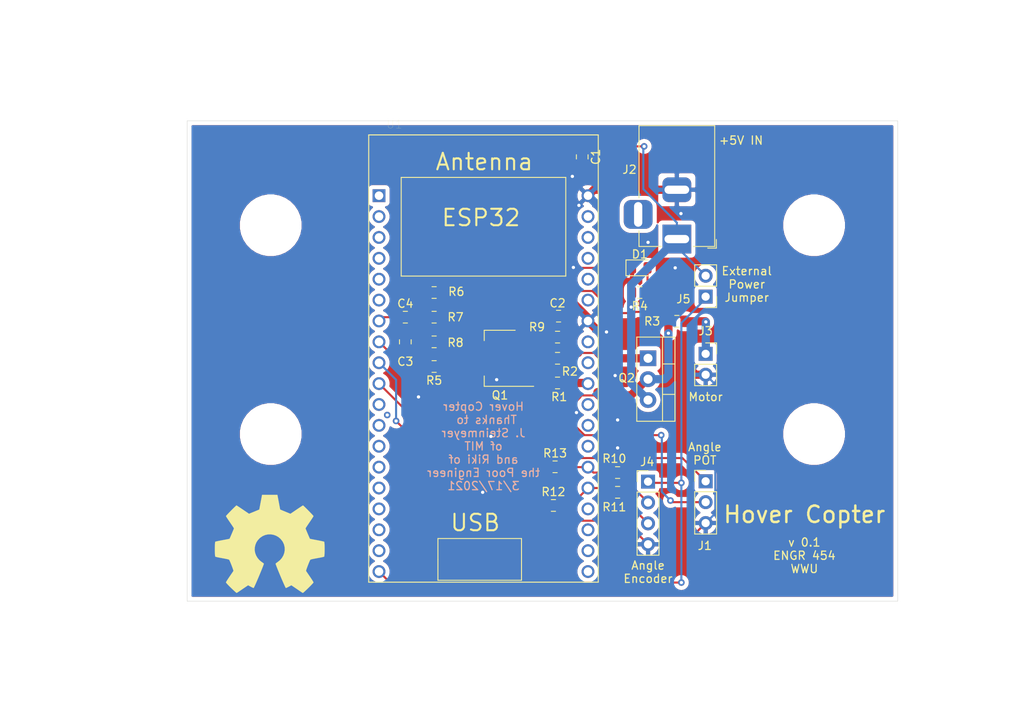
<source format=kicad_pcb>
(kicad_pcb (version 20171130) (host pcbnew 5.1.6+dfsg1-1)
  (title_block (title "Hover Copter") (date 2021-03-17) (rev 0.1) (company WWU) (comment 1 "ENGR 454") (comment 2 "Rob Frohne"))
  (layers (0 F.Cu signal) (31 B.Cu signal) (34 B.Paste user) (35 F.Paste user) (36 B.SilkS user) (37 F.SilkS user) (38 B.Mask user) (39 F.Mask user) (44 Edge.Cuts user))
  (net 0 "")
  (net 1 GND)
  (net 2 "Net-(C1-Pad1)")
  (net 3 "Net-(C2-Pad1)")
  (net 4 /ADC1_5)
  (net 5 /ADC1_4)
  (net 6 "Net-(D1-Pad2)")
  (net 7 "Net-(J1-Pad2)")
  (net 8 "Net-(J1-Pad1)")
  (net 9 "Net-(J3-Pad1)")
  (net 10 /OUT_B)
  (net 11 /OUT_A)
  (net 12 +5V)
  (net 13 "Net-(Q1-Pad1)")
  (net 14 "Net-(Q1-Pad2)")
  (net 15 "Net-(Q2-Pad2)")
  (net 16 "Net-(R1-Pad2)")
  (net 17 "Net-(U1-Pad38)")
  (net 18 "Net-(U1-Pad37)")
  (net 19 "Net-(U1-Pad36)")
  (net 20 "Net-(U1-Pad35)")
  (net 21 "Net-(U1-Pad32)")
  (net 22 "Net-(U1-Pad31)")
  (net 23 "Net-(U1-Pad30)")
  (net 24 "Net-(U1-Pad28)")
  (net 25 "Net-(U1-Pad27)")
  (net 26 "Net-(U1-Pad25)")
  (net 27 "Net-(U1-Pad24)")
  (net 28 "Net-(U1-Pad23)")
  (net 29 "Net-(U1-Pad22)")
  (net 30 "Net-(U1-Pad21)")
  (net 31 "Net-(U1-Pad18)")
  (net 32 "Net-(U1-Pad17)")
  (net 33 "Net-(U1-Pad16)")
  (net 34 "Net-(U1-Pad15)")
  (net 35 "Net-(U1-Pad14)")
  (net 36 "Net-(U1-Pad13)")
  (net 37 "Net-(U1-Pad12)")
  (net 38 "Net-(U1-Pad11)")
  (net 39 "Net-(U1-Pad6)")
  (net 40 "Net-(U1-Pad5)")
  (net 41 "Net-(U1-Pad4)")
  (net 42 "Net-(U1-Pad3)")
  (net 43 "Net-(U1-Pad2)")
  (net 44 "Net-(U1-Pad1)")
  (net 45 "Net-(J4-Pad3)")
  (net 46 "Net-(J4-Pad2)")
  (module "Hover Copters:MODULE_ESP32-DEVKITC-32D" (layer F.Cu) (at 130 99.98)
    (fp_text reference U1 (at -10.829175 -28.446045) (layer F.SilkS) (effects (font (size 1.000386 1.000386) (thickness 0.015))))
    (fp_text value ESP32-DEVKITC-32D)
    (fp_line (start -13.95 27.25) (end -13.95 -27.15) (layer F.SilkS) (width 0.127))
    (fp_line (start -13.95 -27.15) (end 13.95 -27.15) (layer F.SilkS) (width 0.127))
    (fp_line (start 13.95 -27.15) (end 13.95 27.25) (layer F.SilkS) (width 0.127))
    (fp_line (start 13.95 27.25) (end -13.95 27.25) (layer F.SilkS) (width 0.127))
    (pad 38 thru_hole circle (at 12.7 25.96) (size 1.56 1.56) (drill 1.04) (layers *.Cu *.Mask) (net 17 "Net-(U1-Pad38)"))
    (pad 37 thru_hole circle (at 12.7 23.42) (size 1.56 1.56) (drill 1.04) (layers *.Cu *.Mask) (net 18 "Net-(U1-Pad37)"))
    (pad 36 thru_hole circle (at 12.7 20.88) (size 1.56 1.56) (drill 1.04) (layers *.Cu *.Mask) (net 19 "Net-(U1-Pad36)"))
    (pad 35 thru_hole circle (at 12.7 18.34) (size 1.56 1.56) (drill 1.04) (layers *.Cu *.Mask) (net 20 "Net-(U1-Pad35)"))
    (pad 34 thru_hole circle (at 12.7 15.8) (size 1.56 1.56) (drill 1.04) (layers *.Cu *.Mask) (net 10 /OUT_B))
    (pad 33 thru_hole circle (at 12.7 13.26) (size 1.56 1.56) (drill 1.04) (layers *.Cu *.Mask) (net 11 /OUT_A))
    (pad 32 thru_hole circle (at 12.7 10.72) (size 1.56 1.56) (drill 1.04) (layers *.Cu *.Mask) (net 21 "Net-(U1-Pad32)"))
    (pad 31 thru_hole circle (at 12.7 8.18) (size 1.56 1.56) (drill 1.04) (layers *.Cu *.Mask) (net 22 "Net-(U1-Pad31)"))
    (pad 30 thru_hole circle (at 12.7 5.64) (size 1.56 1.56) (drill 1.04) (layers *.Cu *.Mask) (net 23 "Net-(U1-Pad30)"))
    (pad 29 thru_hole circle (at 12.7 3.1) (size 1.56 1.56) (drill 1.04) (layers *.Cu *.Mask) (net 16 "Net-(R1-Pad2)"))
    (pad 28 thru_hole circle (at 12.7 0.56) (size 1.56 1.56) (drill 1.04) (layers *.Cu *.Mask) (net 24 "Net-(U1-Pad28)"))
    (pad 27 thru_hole circle (at 12.7 -1.98) (size 1.56 1.56) (drill 1.04) (layers *.Cu *.Mask) (net 25 "Net-(U1-Pad27)"))
    (pad 26 thru_hole circle (at 12.7 -4.52) (size 1.56 1.56) (drill 1.04) (layers *.Cu *.Mask) (net 1 GND))
    (pad 25 thru_hole circle (at 12.7 -7.06) (size 1.56 1.56) (drill 1.04) (layers *.Cu *.Mask) (net 26 "Net-(U1-Pad25)"))
    (pad 24 thru_hole circle (at 12.7 -9.6) (size 1.56 1.56) (drill 1.04) (layers *.Cu *.Mask) (net 27 "Net-(U1-Pad24)"))
    (pad 23 thru_hole circle (at 12.7 -12.14) (size 1.56 1.56) (drill 1.04) (layers *.Cu *.Mask) (net 28 "Net-(U1-Pad23)"))
    (pad 22 thru_hole circle (at 12.7 -14.68) (size 1.56 1.56) (drill 1.04) (layers *.Cu *.Mask) (net 29 "Net-(U1-Pad22)"))
    (pad 21 thru_hole circle (at 12.7 -17.22) (size 1.56 1.56) (drill 1.04) (layers *.Cu *.Mask) (net 30 "Net-(U1-Pad21)"))
    (pad 20 thru_hole circle (at 12.7 -19.76) (size 1.56 1.56) (drill 1.04) (layers *.Cu *.Mask) (net 1 GND))
    (pad 18 thru_hole circle (at -12.7 23.42) (size 1.56 1.56) (drill 1.04) (layers *.Cu *.Mask) (net 31 "Net-(U1-Pad18)"))
    (pad 17 thru_hole circle (at -12.7 20.88) (size 1.56 1.56) (drill 1.04) (layers *.Cu *.Mask) (net 32 "Net-(U1-Pad17)"))
    (pad 16 thru_hole circle (at -12.7 18.34) (size 1.56 1.56) (drill 1.04) (layers *.Cu *.Mask) (net 33 "Net-(U1-Pad16)"))
    (pad 15 thru_hole circle (at -12.7 15.8) (size 1.56 1.56) (drill 1.04) (layers *.Cu *.Mask) (net 34 "Net-(U1-Pad15)"))
    (pad 14 thru_hole circle (at -12.7 13.26) (size 1.56 1.56) (drill 1.04) (layers *.Cu *.Mask) (net 35 "Net-(U1-Pad14)"))
    (pad 13 thru_hole circle (at -12.7 10.72) (size 1.56 1.56) (drill 1.04) (layers *.Cu *.Mask) (net 36 "Net-(U1-Pad13)"))
    (pad 12 thru_hole circle (at -12.7 8.18) (size 1.56 1.56) (drill 1.04) (layers *.Cu *.Mask) (net 37 "Net-(U1-Pad12)"))
    (pad 11 thru_hole circle (at -12.7 5.64) (size 1.56 1.56) (drill 1.04) (layers *.Cu *.Mask) (net 38 "Net-(U1-Pad11)"))
    (pad 10 thru_hole circle (at -12.7 3.1) (size 1.56 1.56) (drill 1.04) (layers *.Cu *.Mask) (net 7 "Net-(J1-Pad2)"))
    (pad 9 thru_hole circle (at -12.7 0.56) (size 1.56 1.56) (drill 1.04) (layers *.Cu *.Mask) (net 8 "Net-(J1-Pad1)"))
    (pad 8 thru_hole circle (at -12.7 -1.98) (size 1.56 1.56) (drill 1.04) (layers *.Cu *.Mask) (net 4 /ADC1_5))
    (pad 7 thru_hole circle (at -12.7 -4.52) (size 1.56 1.56) (drill 1.04) (layers *.Cu *.Mask) (net 5 /ADC1_4))
    (pad 6 thru_hole circle (at -12.7 -7.06) (size 1.56 1.56) (drill 1.04) (layers *.Cu *.Mask) (net 39 "Net-(U1-Pad6)"))
    (pad 5 thru_hole circle (at -12.7 -9.6) (size 1.56 1.56) (drill 1.04) (layers *.Cu *.Mask) (net 40 "Net-(U1-Pad5)"))
    (pad 4 thru_hole circle (at -12.7 -12.14) (size 1.56 1.56) (drill 1.04) (layers *.Cu *.Mask) (net 41 "Net-(U1-Pad4)"))
    (pad 3 thru_hole circle (at -12.7 -14.68) (size 1.56 1.56) (drill 1.04) (layers *.Cu *.Mask) (net 42 "Net-(U1-Pad3)"))
    (pad 19 thru_hole circle (at -12.7 25.96) (size 1.56 1.56) (drill 1.04) (layers *.Cu *.Mask) (net 12 +5V))
    (pad 2 thru_hole circle (at -12.7 -17.22) (size 1.56 1.56) (drill 1.04) (layers *.Cu *.Mask) (net 43 "Net-(U1-Pad2)"))
    (pad 1 thru_hole rect (at -12.7 -19.76) (size 1.56 1.56) (drill 1.04) (layers *.Cu *.Mask) (net 44 "Net-(U1-Pad1)"))
  )
  (module Resistor_SMD:R_0805_2012Metric (layer F.Cu) (at 138.7 113.2)
    (fp_text reference R13 (at 0 -1.65) (layer F.SilkS))
    (fp_text value 3.3k)
    (fp_line (start -0.258578 -0.71) (end 0.258578 -0.71) (layer F.SilkS) (width 0.12))
    (fp_line (start -0.258578 0.71) (end 0.258578 0.71) (layer F.SilkS) (width 0.12))
    (pad 2 smd roundrect (at 0.9375 0) (size 0.975 1.4) (layers F.Cu F.Paste F.Mask) (net 11 /OUT_A))
    (pad 1 smd roundrect (at -0.9375 0) (size 0.975 1.4) (layers F.Cu F.Paste F.Mask) (net 1 GND))
  )
  (module Resistor_SMD:R_0805_2012Metric (layer F.Cu) (at 138.5 117.9)
    (fp_text reference R12 (at 0 -1.65) (layer F.SilkS))
    (fp_text value 3.3k)
    (fp_line (start -0.258578 -0.71) (end 0.258578 -0.71) (layer F.SilkS) (width 0.12))
    (fp_line (start -0.258578 0.71) (end 0.258578 0.71) (layer F.SilkS) (width 0.12))
    (pad 2 smd roundrect (at 0.9375 0) (size 0.975 1.4) (layers F.Cu F.Paste F.Mask) (net 10 /OUT_B))
    (pad 1 smd roundrect (at -0.9375 0) (size 0.975 1.4) (layers F.Cu F.Paste F.Mask) (net 1 GND))
  )
  (module Resistor_SMD:R_0805_2012Metric (layer F.Cu) (at 146.3 116.3)
    (fp_text reference R11 (at -0.4 1.8) (layer F.SilkS))
    (fp_text value 1k)
    (fp_line (start -0.258578 -0.71) (end 0.258578 -0.71) (layer F.SilkS) (width 0.12))
    (fp_line (start -0.258578 0.71) (end 0.258578 0.71) (layer F.SilkS) (width 0.12))
    (pad 2 smd roundrect (at 0.9375 0) (size 0.975 1.4) (layers F.Cu F.Paste F.Mask) (net 45 "Net-(J4-Pad3)"))
    (pad 1 smd roundrect (at -0.9375 0) (size 0.975 1.4) (layers F.Cu F.Paste F.Mask) (net 10 /OUT_B))
  )
  (module Resistor_SMD:R_0805_2012Metric (layer F.Cu) (at 146.3 113.9)
    (fp_text reference R10 (at -0.4 -1.7) (layer F.SilkS))
    (fp_text value 1k)
    (fp_line (start -0.258578 -0.71) (end 0.258578 -0.71) (layer F.SilkS) (width 0.12))
    (fp_line (start -0.258578 0.71) (end 0.258578 0.71) (layer F.SilkS) (width 0.12))
    (pad 2 smd roundrect (at 0.9375 0) (size 0.975 1.4) (layers F.Cu F.Paste F.Mask) (net 46 "Net-(J4-Pad2)"))
    (pad 1 smd roundrect (at -0.9375 0) (size 0.975 1.4) (layers F.Cu F.Paste F.Mask) (net 11 /OUT_A))
  )
  (module Symbol:OSHW-Symbol_13.4x12mm_SilkScreen (layer F.Cu) (at 104 122.6)
    (fp_text reference REF** hide)
    (fp_text value OSHW-Symbol_13.4x12mm_SilkScreen hide)
    (fp_poly (pts (xy 1.119803 -5.09936) (xy 1.288676 -4.203573) (xy 1.911796 -3.946702) (xy 2.534916 -3.689832) (xy 3.282453 -4.198151) (xy 3.491802 -4.339684) (xy 3.681043 -4.466055) (xy 3.841343 -4.571493) (xy 3.963874 -4.65023) (xy 4.039802 -4.696495) (xy 4.06048 -4.706471) (xy 4.097731 -4.680814) (xy 4.177332 -4.609885) (xy 4.290361 -4.502743) (xy 4.427895 -4.36845) (xy 4.581012 -4.216066) (xy 4.740789 -4.054653) (xy 4.898305 -3.89327) (xy 5.044637 -3.740978) (xy 5.170863 -3.606838) (xy 5.26806 -3.499911) (xy 5.327307 -3.429258) (xy 5.341471 -3.405612) (xy 5.321087 -3.362021) (xy 5.263941 -3.266519) (xy 5.176041 -3.12845) (xy 5.063396 -2.957155) (xy 4.932013 -2.761975) (xy 4.855882 -2.650648) (xy 4.717118 -2.447367) (xy 4.593811 -2.263927) (xy 4.491945 -2.109458) (xy 4.417501 -1.993091) (xy 4.376461 -1.923958) (xy 4.370294 -1.90943) (xy 4.384274 -1.86814) (xy 4.422382 -1.771908) (xy 4.478867 -1.634266) (xy 4.54798 -1.468742) (xy 4.62397 -1.288868) (xy 4.701089 -1.108172) (xy 4.773585 -0.940186) (xy 4.835709 -0.79844) (xy 4.881712 -0.696463) (xy 4.905843 -0.647786) (xy 4.907267 -0.64587) (xy 4.945158 -0.636575) (xy 5.046069 -0.61584) (xy 5.19954 -0.585702) (xy 5.395112 -0.548199) (xy 5.622325 -0.505371) (xy 5.754891 -0.480674) (xy 5.997679 -0.434447) (xy 6.216974 -0.39046) (xy 6.401681 -0.351119) (xy 6.540705 -0.318831) (xy 6.622952 -0.296003) (xy 6.639485 -0.28876) (xy 6.655678 -0.239739) (xy 6.668744 -0.129023) (xy 6.678691 0.030438) (xy 6.685528 0.2257) (xy 6.689264 0.443814) (xy 6.689907 0.671835) (xy 6.687468 0.896815) (xy 6.681953 1.105809) (xy 6.673374 1.285868) (xy 6.661737 1.424047) (xy 6.647052 1.507398) (xy 6.638245 1.52475) (xy 6.585599 1.545548) (xy 6.474043 1.575282) (xy 6.318335 1.610459) (xy 6.133229 1.647586) (xy 6.068613 1.659597) (xy 5.757071 1.716662) (xy 5.510976 1.762618) (xy 5.322195 1.799293) (xy 5.182598 1.828513) (xy 5.084052 1.852104) (xy 5.018426 1.871892) (xy 4.977589 1.889706) (xy 4.953409 1.90737) (xy 4.950026 1.910861) (xy 4.916255 1.9671) (xy 4.864737 2.076547) (xy 4.800617 2.2258) (xy 4.729039 2.401459) (xy 4.655146 2.590121) (xy 4.584083 2.778385) (xy 4.520993 2.952848) (xy 4.471021 3.100108) (xy 4.439312 3.206764) (xy 4.431008 3.259413) (xy 4.4317 3.261257) (xy 4.459836 3.304292) (xy 4.523665 3.398978) (xy 4.61648 3.53546) (xy 4.731573 3.703882) (xy 4.862237 3.89439) (xy 4.899448 3.948529) (xy 5.032129 4.144804) (xy 5.148883 4.323886) (xy 5.243349 4.475492) (xy 5.309168 4.589338) (xy 5.339978 4.655141) (xy 5.341471 4.663225) (xy 5.315584 4.705715) (xy 5.244054 4.789891) (xy 5.136076 4.906705) (xy 5.000846 5.04711) (xy 4.847558 5.202061) (xy 4.685409 5.362509) (xy 4.523593 5.519409) (xy 4.371306 5.663713) (xy 4.237743 5.786376) (xy 4.1321 5.87835) (xy 4.063572 5.930589) (xy 4.044614 5.939118) (xy 4.000487 5.919029) (xy 3.910142 5.864849) (xy 3.788295 5.785704) (xy 3.694546 5.722001) (xy 3.524678 5.60511) (xy 3.323512 5.467476) (xy 3.121733 5.330063) (xy 3.01325 5.256519) (xy 2.646058 5.008155) (xy 2.337826 5.174813) (xy 2.197404 5.247822) (xy 2.077996 5.304571) (xy 1.997202 5.336937) (xy 1.976636 5.341441) (xy 1.951906 5.308189) (xy 1.903118 5.214224) (xy 1.833913 5.068213) (xy 1.747935 4.878824) (xy 1.648824 4.654724) (xy 1.540224 4.404581) (xy 1.425775 4.137063) (xy 1.30912 3.860836) (xy 1.193901 3.584568) (xy 1.08376 3.316927) (xy 0.982339 3.06658) (xy 0.89328 2.842195) (xy 0.820225 2.652439) (xy 0.766816 2.50598) (xy 0.736695 2.411485) (xy 0.731851 2.379031) (xy 0.770245 2.337636) (xy 0.854308 2.270438) (xy 0.966467 2.1914) (xy 0.975881 2.185147) (xy 1.265768 1.953103) (xy 1.499512 1.682386) (xy 1.675087 1.381653) (xy 1.790469 1.059561) (xy 1.84363 0.724765) (xy 1.832547 0.385922) (xy 1.755192 0.051688) (xy 1.60954 -0.269281) (xy 1.566688 -0.339505) (xy 1.343802 -0.623073) (xy 1.080491 -0.850782) (xy 0.785865 -1.021449) (xy 0.469041 -1.133888) (xy 0.13913 -1.186917) (xy -0.194754 -1.179349) (xy -0.523497 -1.110002) (xy -0.837986 -0.977691) (xy -1.129107 -0.781232) (xy -1.21916 -0.701494) (xy -1.448347 -0.451892) (xy -1.615354 -0.189132) (xy -1.729915 0.105399) (xy -1.793719 0.397075) (xy -1.80947 0.725012) (xy -1.756949 1.054577) (xy -1.64149 1.37463) (xy -1.468429 1.674032) (xy -1.243101 1.941643) (xy -0.97084 2.166325) (xy -0.935058 2.190008) (xy -0.821698 2.267568) (xy -0.735522 2.334768) (xy -0.694323 2.377675) (xy -0.693724 2.379031) (xy -0.702569 2.425446) (xy -0.737631 2.530786) (xy -0.795267 2.686388) (xy -0.871834 2.883584) (xy -0.963686 3.11371) (xy -1.067183 3.368101) (xy -1.178679 3.63809) (xy -1.294532 3.915012) (xy -1.411097 4.190201) (xy -1.524733 4.454993) (xy -1.631794 4.700721) (xy -1.728638 4.918721) (xy -1.811621 5.100326) (xy -1.877099 5.236871) (xy -1.921431 5.31969) (xy -1.939283 5.341441) (xy -1.993834 5.324504) (xy -2.095905 5.279077) (xy -2.227895 5.21328) (xy -2.300474 5.174813) (xy -2.608705 5.008155) (xy -2.975897 5.256519) (xy -3.16334 5.383754) (xy -3.368557 5.523773) (xy -3.560867 5.655612) (xy -3.657193 5.722001) (xy -3.792673 5.812976) (xy -3.907393 5.885071) (xy -3.986388 5.929154) (xy -4.012046 5.938473) (xy -4.049391 5.913334) (xy -4.132042 5.843154) (xy -4.251985 5.73522) (xy -4.401209 5.596818) (xy -4.571699 5.435235) (xy -4.679526 5.331488) (xy -4.868172 5.146135) (xy -5.031205 4.980351) (xy -5.162032 4.841227) (xy -5.254065 4.735856) (xy -5.300713 4.671329) (xy -5.305188 4.658234) (xy -5.28442 4.608425) (xy -5.227031 4.507713) (xy -5.139387 4.366295) (xy -5.027854 4.194367) (xy -4.898797 4.002124) (xy -4.862096 3.948529) (xy -4.728368 3.753733) (xy -4.608393 3.578353) (xy -4.508879 3.432243) (xy -4.436533 3.325258) (xy -4.398064 3.267255) (xy -4.394347 3.261257) (xy -4.399905 3.215032) (xy -4.429407 3.113398) (xy -4.477709 2.969758) (xy -4.539667 2.797514) (xy -4.610137 2.610066) (xy -4.683975 2.420818) (xy -4.756037 2.243171) (xy -4.821178 2.090527) (xy -4.874255 1.976288) (xy -4.910123 1.913856) (xy -4.912673 1.910861) (xy -4.934606 1.893019) (xy -4.971652 1.875374) (xy -5.031941 1.856101) (xy -5.123604 1.833374) (xy -5.254774 1.805364) (xy -5.433582 1.770247) (xy -5.668158 1.726195) (xy -5.966635 1.671382) (xy -6.03126 1.659597) (xy -6.222794 1.622591) (xy -6.389769 1.586389) (xy -6.517432 1.554485) (xy -6.591024 1.530372) (xy -6.600892 1.52475) (xy -6.617153 1.47491) (xy -6.63037 1.363532) (xy -6.640536 1.203563) (xy -6.64764 1.00795) (xy -6.651674 0.78964) (xy -6.65263 0.561579) (xy -6.650498 0.336714) (xy -6.645269 0.127991) (xy -6.636935 -0.051642) (xy -6.625487 -0.189238) (xy -6.610916 -0.271852) (xy -6.602132 -0.28876) (xy -6.55323 -0.305816) (xy -6.441873 -0.333564) (xy -6.279156 -0.369597) (xy -6.076174 -0.411507) (xy -5.844021 -0.456889) (xy -5.717538 -0.480674) (xy -5.477555 -0.525535) (xy -5.263549 -0.566175) (xy -5.085978 -0.600554) (xy -4.955302 -0.626635) (xy -4.881982 -0.642379) (xy -4.869915 -0.64587) (xy -4.849519 -0.685221) (xy -4.806406 -0.780007) (xy -4.746321 -0.916685) (xy -4.675013 -1.081714) (xy -4.598227 -1.261553) (xy -4.52171 -1.44266) (xy -4.45121 -1.611493) (xy -4.392473 -1.754512) (xy -4.351246 -1.858174) (xy -4.333276 -1.908939) (xy -4.332941 -1.911158) (xy -4.353313 -1.951204) (xy -4.410427 -2.043361) (xy -4.498279 -2.178467) (xy -4.610867 -2.347365) (xy -4.742189 -2.540895) (xy -4.818529 -2.652059) (xy -4.957636 -2.855884) (xy -5.081188 -3.040937) (xy -5.183158 -3.197854) (xy -5.257517 -3.317276) (xy -5.298237 -3.38984) (xy -5.304118 -3.406107) (xy -5.278837 -3.44397) (xy -5.208948 -3.524814) (xy -5.103377 -3.639581) (xy -4.971052 -3.779215) (xy -4.820901 -3.934658) (xy -4.661852 -4.096854) (xy -4.502833 -4.256746) (xy -4.352771 -4.405276) (xy -4.220594 -4.533387) (xy -4.11523 -4.632023) (xy -4.045607 -4.692127) (xy -4.022315 -4.706471) (xy -3.98439 -4.686301) (xy -3.893683 -4.629637) (xy -3.759011 -4.542247) (xy -3.589195 -4.4299) (xy -3.393054 -4.298362) (xy -3.2451 -4.198151) (xy -2.497564 -3.689832) (xy -1.874444 -3.946702) (xy -1.251324 -4.203573) (xy -0.913576 -5.995147) (xy 0.950929 -5.995147) (xy 1.119803 -5.09936)) (layer F.SilkS) (width 0.01))
  )
  (module MountingHole:MountingHole_6.5mm (layer F.Cu) (at 104.14 83.82)
    (fp_text reference REF** (at -0.04 -0.22) (layer F.SilkS))
    (fp_text value MountingHole_6.5mm)
    (pad 1 np_thru_hole circle (at 0 0) (size 6.5 6.5) (drill 6.5) (layers *.Cu *.Mask))
  )
  (module MountingHole:MountingHole_6.5mm (layer F.Cu) (at 104.14 109.22)
    (fp_text reference REF** (at 0.46 0.08) (layer F.SilkS))
    (fp_text value MountingHole_6.5mm)
    (pad 1 np_thru_hole circle (at 0 0) (size 6.5 6.5) (drill 6.5) (layers *.Cu *.Mask))
  )
  (module MountingHole:MountingHole_6.5mm (layer F.Cu) (at 170.18 83.82)
    (fp_text reference REF** (at 0.02 -0.02) (layer F.SilkS))
    (fp_text value MountingHole_6.5mm)
    (pad 1 np_thru_hole circle (at 0 0) (size 6.5 6.5) (drill 6.5) (layers *.Cu *.Mask))
  )
  (module MountingHole:MountingHole_6.5mm (layer F.Cu) (at 170.18 109.22)
    (fp_text reference REF** (at 0.12 0.08) (layer F.SilkS))
    (fp_text value MountingHole_6.5mm)
    (pad 1 np_thru_hole circle (at 0 0) (size 6.5 6.5) (drill 6.5) (layers *.Cu *.Mask))
  )
  (module Resistor_SMD:R_0805_2012Metric (layer F.Cu) (at 139 97.425 180)
    (fp_text reference R9 (at 2.5 1.225) (layer F.SilkS))
    (fp_text value 200)
    (fp_line (start -0.258578 -0.71) (end 0.258578 -0.71) (layer F.SilkS) (width 0.12))
    (fp_line (start -0.258578 0.71) (end 0.258578 0.71) (layer F.SilkS) (width 0.12))
    (pad 2 smd roundrect (at 0.9375 0 180) (size 0.975 1.4) (layers F.Cu F.Paste F.Mask) (net 14 "Net-(Q1-Pad2)"))
    (pad 1 smd roundrect (at -0.9375 0 180) (size 0.975 1.4) (layers F.Cu F.Paste F.Mask) (net 3 "Net-(C2-Pad1)"))
  )
  (module Resistor_SMD:R_0805_2012Metric (layer F.Cu) (at 124 98 180)
    (fp_text reference R8 (at -2.6 -0.1) (layer F.SilkS))
    (fp_text value 6.8k)
    (fp_line (start -0.258578 -0.71) (end 0.258578 -0.71) (layer F.SilkS) (width 0.12))
    (fp_line (start -0.258578 0.71) (end 0.258578 0.71) (layer F.SilkS) (width 0.12))
    (pad 2 smd roundrect (at 0.9375 0 180) (size 0.975 1.4) (layers F.Cu F.Paste F.Mask) (net 4 /ADC1_5))
    (pad 1 smd roundrect (at -0.9375 0 180) (size 0.975 1.4) (layers F.Cu F.Paste F.Mask) (net 1 GND))
  )
  (module Resistor_SMD:R_0805_2012Metric (layer F.Cu) (at 124 95)
    (fp_text reference R7 (at 2.6 0) (layer F.SilkS))
    (fp_text value 6.8k)
    (fp_line (start -0.258578 -0.71) (end 0.258578 -0.71) (layer F.SilkS) (width 0.12))
    (fp_line (start -0.258578 0.71) (end 0.258578 0.71) (layer F.SilkS) (width 0.12))
    (pad 2 smd roundrect (at 0.9375 0) (size 0.975 1.4) (layers F.Cu F.Paste F.Mask) (net 5 /ADC1_4))
    (pad 1 smd roundrect (at -0.9375 0) (size 0.975 1.4) (layers F.Cu F.Paste F.Mask) (net 1 GND))
  )
  (module Resistor_SMD:R_0805_2012Metric (layer F.Cu) (at 124 92 180)
    (fp_text reference R6 (at -2.7 0.1) (layer F.SilkS))
    (fp_text value 3.3k)
    (fp_line (start -0.258578 -0.71) (end 0.258578 -0.71) (layer F.SilkS) (width 0.12))
    (fp_line (start -0.258578 0.71) (end 0.258578 0.71) (layer F.SilkS) (width 0.12))
    (pad 2 smd roundrect (at 0.9375 0 180) (size 0.975 1.4) (layers F.Cu F.Paste F.Mask) (net 9 "Net-(J3-Pad1)"))
    (pad 1 smd roundrect (at -0.9375 0 180) (size 0.975 1.4) (layers F.Cu F.Paste F.Mask) (net 5 /ADC1_4))
  )
  (module Resistor_SMD:R_0805_2012Metric (layer F.Cu) (at 124 101)
    (fp_text reference R5 (at 0 1.7) (layer F.SilkS))
    (fp_text value 3.3k)
    (fp_line (start -0.258578 -0.71) (end 0.258578 -0.71) (layer F.SilkS) (width 0.12))
    (fp_line (start -0.258578 0.71) (end 0.258578 0.71) (layer F.SilkS) (width 0.12))
    (pad 2 smd roundrect (at 0.9375 0) (size 0.975 1.4) (layers F.Cu F.Paste F.Mask) (net 15 "Net-(Q2-Pad2)"))
    (pad 1 smd roundrect (at -0.9375 0) (size 0.975 1.4) (layers F.Cu F.Paste F.Mask) (net 4 /ADC1_5))
  )
  (module Resistor_SMD:R_0805_2012Metric (layer F.Cu) (at 149 92 180)
    (fp_text reference R4 (at 0 -1.65) (layer F.SilkS))
    (fp_text value 3.3k)
    (fp_line (start -0.258578 -0.71) (end 0.258578 -0.71) (layer F.SilkS) (width 0.12))
    (fp_line (start -0.258578 0.71) (end 0.258578 0.71) (layer F.SilkS) (width 0.12))
    (pad 2 smd roundrect (at 0.9375 0 180) (size 0.975 1.4) (layers F.Cu F.Paste F.Mask) (net 2 "Net-(C1-Pad1)"))
    (pad 1 smd roundrect (at -0.9375 0 180) (size 0.975 1.4) (layers F.Cu F.Paste F.Mask) (net 6 "Net-(D1-Pad2)"))
  )
  (module Resistor_SMD:R_0805_2012Metric (layer F.Cu) (at 153.5 95.5 180)
    (fp_text reference R3 (at 3 0) (layer F.SilkS))
    (fp_text value 0.5)
    (fp_line (start -0.258578 -0.71) (end 0.258578 -0.71) (layer F.SilkS) (width 0.12))
    (fp_line (start -0.258578 0.71) (end 0.258578 0.71) (layer F.SilkS) (width 0.12))
    (pad 2 smd roundrect (at 0.9375 0 180) (size 0.975 1.4) (layers F.Cu F.Paste F.Mask) (net 15 "Net-(Q2-Pad2)"))
    (pad 1 smd roundrect (at -0.9375 0 180) (size 0.975 1.4) (layers F.Cu F.Paste F.Mask) (net 9 "Net-(J3-Pad1)"))
  )
  (module Resistor_SMD:R_0805_2012Metric (layer F.Cu) (at 139 100 180)
    (fp_text reference R2 (at -1.5 -1.6) (layer F.SilkS))
    (fp_text value 200)
    (fp_line (start -0.258578 -0.71) (end 0.258578 -0.71) (layer F.SilkS) (width 0.12))
    (fp_line (start -0.258578 0.71) (end 0.258578 0.71) (layer F.SilkS) (width 0.12))
    (pad 2 smd roundrect (at 0.9375 0 180) (size 0.975 1.4) (layers F.Cu F.Paste F.Mask) (net 14 "Net-(Q1-Pad2)"))
    (pad 1 smd roundrect (at -0.9375 0 180) (size 0.975 1.4) (layers F.Cu F.Paste F.Mask) (net 3 "Net-(C2-Pad1)"))
  )
  (module Resistor_SMD:R_0805_2012Metric (layer F.Cu) (at 139 103)
    (fp_text reference R1 (at 0.2 1.7) (layer F.SilkS))
    (fp_text value 3.3k)
    (fp_line (start -0.258578 -0.71) (end 0.258578 -0.71) (layer F.SilkS) (width 0.12))
    (fp_line (start -0.258578 0.71) (end 0.258578 0.71) (layer F.SilkS) (width 0.12))
    (pad 2 smd roundrect (at 0.9375 0) (size 0.975 1.4) (layers F.Cu F.Paste F.Mask) (net 16 "Net-(R1-Pad2)"))
    (pad 1 smd roundrect (at -0.9375 0) (size 0.975 1.4) (layers F.Cu F.Paste F.Mask) (net 13 "Net-(Q1-Pad1)"))
  )
  (module Package_TO_SOT_THT:TO-220-3_Vertical (layer F.Cu) (at 150 100 270)
    (fp_text reference Q2 (at 2.4 2.6 180) (layer F.SilkS))
    (fp_text value D45H11)
    (fp_line (start -2.58 -3.27) (end 7.66 -3.27) (layer F.SilkS) (width 0.12))
    (fp_line (start -2.58 1.371) (end 7.66 1.371) (layer F.SilkS) (width 0.12))
    (fp_line (start -2.58 -3.27) (end -2.58 1.371) (layer F.SilkS) (width 0.12))
    (fp_line (start 7.66 -3.27) (end 7.66 1.371) (layer F.SilkS) (width 0.12))
    (fp_line (start -2.58 -1.76) (end 7.66 -1.76) (layer F.SilkS) (width 0.12))
    (fp_line (start 0.69 -3.27) (end 0.69 -1.76) (layer F.SilkS) (width 0.12))
    (fp_line (start 4.391 -3.27) (end 4.391 -1.76) (layer F.SilkS) (width 0.12))
    (pad 3 thru_hole oval (at 5.08 0 270) (size 1.905 2) (drill 1.1) (layers *.Cu *.Mask) (net 2 "Net-(C1-Pad1)"))
    (pad 2 thru_hole oval (at 2.54 0 270) (size 1.905 2) (drill 1.1) (layers *.Cu *.Mask) (net 15 "Net-(Q2-Pad2)"))
    (pad 1 thru_hole rect (at 0 0 270) (size 1.905 2) (drill 1.1) (layers *.Cu *.Mask) (net 3 "Net-(C2-Pad1)"))
  )
  (module Package_TO_SOT_SMD:SOT-223-3_TabPin2 (layer F.Cu) (at 132 100 180)
    (fp_text reference Q1 (at 0 -4.5) (layer F.SilkS))
    (fp_text value PZT2222A)
    (fp_line (start 1.91 3.41) (end 1.91 2.15) (layer F.SilkS) (width 0.12))
    (fp_line (start 1.91 -3.41) (end 1.91 -2.15) (layer F.SilkS) (width 0.12))
    (fp_line (start -1.85 3.41) (end 1.91 3.41) (layer F.SilkS) (width 0.12))
    (fp_line (start -4.1 -3.41) (end 1.91 -3.41) (layer F.SilkS) (width 0.12))
    (pad 1 smd rect (at -3.15 -2.3 180) (size 2 1.5) (layers F.Cu F.Paste F.Mask) (net 13 "Net-(Q1-Pad1)"))
    (pad 3 smd rect (at -3.15 2.3 180) (size 2 1.5) (layers F.Cu F.Paste F.Mask) (net 1 GND))
    (pad 2 smd rect (at -3.15 0 180) (size 2 1.5) (layers F.Cu F.Paste F.Mask) (net 14 "Net-(Q1-Pad2)"))
    (pad 2 smd rect (at 3.15 0 180) (size 2 3.8) (layers F.Cu F.Paste F.Mask) (net 14 "Net-(Q1-Pad2)"))
  )
  (module Connector_PinHeader_2.54mm:PinHeader_1x02_P2.54mm_Vertical (layer F.Cu) (at 157 92.5 180)
    (fp_text reference J5 (at 2.7 -0.3) (layer F.SilkS))
    (fp_text value "5V or your voltage")
    (fp_line (start -1.33 3.87) (end 1.33 3.87) (layer F.SilkS) (width 0.12))
    (fp_line (start -1.33 1.27) (end -1.33 3.87) (layer F.SilkS) (width 0.12))
    (fp_line (start 1.33 1.27) (end 1.33 3.87) (layer F.SilkS) (width 0.12))
    (fp_line (start -1.33 1.27) (end 1.33 1.27) (layer F.SilkS) (width 0.12))
    (fp_line (start -1.33 0) (end -1.33 -1.33) (layer F.SilkS) (width 0.12))
    (fp_line (start -1.33 -1.33) (end 0 -1.33) (layer F.SilkS) (width 0.12))
    (pad 2 thru_hole oval (at 0 2.54 180) (size 1.7 1.7) (drill 1) (layers *.Cu *.Mask) (net 2 "Net-(C1-Pad1)"))
    (pad 1 thru_hole rect (at 0 0 180) (size 1.7 1.7) (drill 1) (layers *.Cu *.Mask) (net 12 +5V))
  )
  (module Connector_PinHeader_2.54mm:PinHeader_1x04_P2.54mm_Vertical (layer F.Cu) (at 150 115)
    (fp_text reference J4 (at -0.1 -2.4) (layer F.SilkS))
    (fp_text value Shaft_Angle_Encoder)
    (fp_line (start -1.33 8.95) (end 1.33 8.95) (layer F.SilkS) (width 0.12))
    (fp_line (start -1.33 1.27) (end -1.33 8.95) (layer F.SilkS) (width 0.12))
    (fp_line (start 1.33 1.27) (end 1.33 8.95) (layer F.SilkS) (width 0.12))
    (fp_line (start -1.33 1.27) (end 1.33 1.27) (layer F.SilkS) (width 0.12))
    (fp_line (start -1.33 0) (end -1.33 -1.33) (layer F.SilkS) (width 0.12))
    (fp_line (start -1.33 -1.33) (end 0 -1.33) (layer F.SilkS) (width 0.12))
    (pad 4 thru_hole oval (at 0 7.62) (size 1.7 1.7) (drill 1) (layers *.Cu *.Mask) (net 1 GND))
    (pad 3 thru_hole oval (at 0 5.08) (size 1.7 1.7) (drill 1) (layers *.Cu *.Mask) (net 45 "Net-(J4-Pad3)"))
    (pad 2 thru_hole oval (at 0 2.54) (size 1.7 1.7) (drill 1) (layers *.Cu *.Mask) (net 46 "Net-(J4-Pad2)"))
    (pad 1 thru_hole rect (at 0 0) (size 1.7 1.7) (drill 1) (layers *.Cu *.Mask) (net 12 +5V))
  )
  (module Connector_PinSocket_2.54mm:PinSocket_1x02_P2.54mm_Vertical (layer F.Cu) (at 157 99.46)
    (fp_text reference J3 (at 0 -2.77) (layer F.SilkS))
    (fp_text value Motor)
    (fp_line (start -1.33 1.27) (end 1.33 1.27) (layer F.SilkS) (width 0.12))
    (fp_line (start -1.33 1.27) (end -1.33 3.87) (layer F.SilkS) (width 0.12))
    (fp_line (start -1.33 3.87) (end 1.33 3.87) (layer F.SilkS) (width 0.12))
    (fp_line (start 1.33 1.27) (end 1.33 3.87) (layer F.SilkS) (width 0.12))
    (fp_line (start 1.33 -1.33) (end 1.33 0) (layer F.SilkS) (width 0.12))
    (fp_line (start 0 -1.33) (end 1.33 -1.33) (layer F.SilkS) (width 0.12))
    (pad 2 thru_hole oval (at 0 2.54) (size 1.7 1.7) (drill 1) (layers *.Cu *.Mask) (net 1 GND))
    (pad 1 thru_hole rect (at 0 0) (size 1.7 1.7) (drill 1) (layers *.Cu *.Mask) (net 9 "Net-(J3-Pad1)"))
  )
  (module Connector_BarrelJack:BarrelJack_Horizontal (layer F.Cu) (at 153.5 85.5 270)
    (fp_text reference J2 (at -8.45 5.75 180) (layer F.SilkS))
    (fp_text value +5V_IN)
    (fp_line (start 1.1 -3.75) (end 1.1 -4.8) (layer F.SilkS) (width 0.12))
    (fp_line (start 0.05 -4.8) (end 1.1 -4.8) (layer F.SilkS) (width 0.12))
    (fp_line (start -5 4.6) (end -13.8 4.6) (layer F.SilkS) (width 0.12))
    (fp_line (start -13.8 4.6) (end -13.8 -4.6) (layer F.SilkS) (width 0.12))
    (fp_line (start 0.9 1.9) (end 0.9 4.6) (layer F.SilkS) (width 0.12))
    (fp_line (start 0.9 4.6) (end -1 4.6) (layer F.SilkS) (width 0.12))
    (fp_line (start -13.8 -4.6) (end 0.9 -4.6) (layer F.SilkS) (width 0.12))
    (fp_line (start 0.9 -4.6) (end 0.9 -2) (layer F.SilkS) (width 0.12))
    (pad 3 thru_hole roundrect (at -3 4.7 270) (size 3.5 3.5) (drill oval 3 1) (layers *.Cu *.Mask))
    (pad 2 thru_hole roundrect (at -6 0 270) (size 3 3.5) (drill oval 1 3) (layers *.Cu *.Mask) (net 1 GND))
    (pad 1 thru_hole rect (at 0 0 270) (size 3.5 3.5) (drill oval 1 3) (layers *.Cu *.Mask) (net 2 "Net-(C1-Pad1)"))
  )
  (module Connector_PinHeader_2.54mm:PinHeader_1x03_P2.54mm_Vertical (layer F.Cu) (at 157 114.96)
    (fp_text reference J1 (at -0.1 7.84) (layer F.SilkS))
    (fp_text value "Angle POT")
    (fp_line (start -1.33 6.41) (end 1.33 6.41) (layer F.SilkS) (width 0.12))
    (fp_line (start -1.33 1.27) (end -1.33 6.41) (layer F.SilkS) (width 0.12))
    (fp_line (start 1.33 1.27) (end 1.33 6.41) (layer F.SilkS) (width 0.12))
    (fp_line (start -1.33 1.27) (end 1.33 1.27) (layer F.SilkS) (width 0.12))
    (fp_line (start -1.33 0) (end -1.33 -1.33) (layer F.SilkS) (width 0.12))
    (fp_line (start -1.33 -1.33) (end 0 -1.33) (layer F.SilkS) (width 0.12))
    (pad 3 thru_hole oval (at 0 5.08) (size 1.7 1.7) (drill 1) (layers *.Cu *.Mask) (net 1 GND))
    (pad 2 thru_hole oval (at 0 2.54) (size 1.7 1.7) (drill 1) (layers *.Cu *.Mask) (net 7 "Net-(J1-Pad2)"))
    (pad 1 thru_hole rect (at 0 0) (size 1.7 1.7) (drill 1) (layers *.Cu *.Mask) (net 8 "Net-(J1-Pad1)"))
  )
  (module LED_SMD:LED_0805_2012Metric (layer F.Cu) (at 149 89)
    (fp_text reference D1 (at 0 -1.65) (layer F.SilkS))
    (fp_text value 150080VS75000)
    (fp_line (start 1 -0.96) (end -1.685 -0.96) (layer F.SilkS) (width 0.12))
    (fp_line (start -1.685 -0.96) (end -1.685 0.96) (layer F.SilkS) (width 0.12))
    (fp_line (start -1.685 0.96) (end 1 0.96) (layer F.SilkS) (width 0.12))
    (pad 2 smd roundrect (at 0.9375 0) (size 0.975 1.4) (layers F.Cu F.Paste F.Mask) (net 6 "Net-(D1-Pad2)"))
    (pad 1 smd roundrect (at -0.9375 0) (size 0.975 1.4) (layers F.Cu F.Paste F.Mask) (net 1 GND))
  )
  (module Capacitor_SMD:C_0805_2012Metric (layer F.Cu) (at 120.5 95)
    (fp_text reference C4 (at 0 -1.65) (layer F.SilkS))
    (fp_text value 2.2uF)
    (fp_line (start -0.258578 -0.71) (end 0.258578 -0.71) (layer F.SilkS) (width 0.12))
    (fp_line (start -0.258578 0.71) (end 0.258578 0.71) (layer F.SilkS) (width 0.12))
    (pad 2 smd roundrect (at 0.9375 0) (size 0.975 1.4) (layers F.Cu F.Paste F.Mask) (net 1 GND))
    (pad 1 smd roundrect (at -0.9375 0) (size 0.975 1.4) (layers F.Cu F.Paste F.Mask) (net 5 /ADC1_4))
  )
  (module Capacitor_SMD:C_0805_2012Metric (layer F.Cu) (at 120.5 98 90)
    (fp_text reference C3 (at -2.4 0 180) (layer F.SilkS))
    (fp_text value 2.2uF)
    (fp_line (start -0.258578 -0.71) (end 0.258578 -0.71) (layer F.SilkS) (width 0.12))
    (fp_line (start -0.258578 0.71) (end 0.258578 0.71) (layer F.SilkS) (width 0.12))
    (pad 2 smd roundrect (at 0.9375 0 90) (size 0.975 1.4) (layers F.Cu F.Paste F.Mask) (net 1 GND))
    (pad 1 smd roundrect (at -0.9375 0 90) (size 0.975 1.4) (layers F.Cu F.Paste F.Mask) (net 4 /ADC1_5))
  )
  (module Capacitor_SMD:C_0805_2012Metric (layer F.Cu) (at 139.125 94.875 180)
    (fp_text reference C2 (at 0.125 1.575) (layer F.SilkS))
    (fp_text value 47nF)
    (fp_line (start -0.258578 -0.71) (end 0.258578 -0.71) (layer F.SilkS) (width 0.12))
    (fp_line (start -0.258578 0.71) (end 0.258578 0.71) (layer F.SilkS) (width 0.12))
    (pad 2 smd roundrect (at 0.9375 0 180) (size 0.975 1.4) (layers F.Cu F.Paste F.Mask) (net 1 GND))
    (pad 1 smd roundrect (at -0.9375 0 180) (size 0.975 1.4) (layers F.Cu F.Paste F.Mask) (net 3 "Net-(C2-Pad1)"))
  )
  (module Capacitor_SMD:C_0805_2012Metric (layer F.Cu) (at 142 75.5 270)
    (fp_text reference C1 (at 0 -1.65 90) (layer F.SilkS))
    (fp_text value 47uF)
    (fp_line (start -0.258578 -0.71) (end 0.258578 -0.71) (layer F.SilkS) (width 0.12))
    (fp_line (start -0.258578 0.71) (end 0.258578 0.71) (layer F.SilkS) (width 0.12))
    (pad 2 smd roundrect (at 0.9375 0 270) (size 0.975 1.4) (layers F.Cu F.Paste F.Mask) (net 1 GND))
    (pad 1 smd roundrect (at -0.9375 0 270) (size 0.975 1.4) (layers F.Cu F.Paste F.Mask) (net 2 "Net-(C1-Pad1)"))
  )
  (gr_text "Hover Copter\nThanks to \nJ. Steinmeyer\nof MIT\nand Riki of\nthe Poor Engineer\n3/17/2021" (at 130 110.7) (layer B.SilkS) (effects (font (size 1 1)) (justify mirror)))
  (gr_text ESP32 (at 129.7 82.9) (layer F.SilkS) (effects (font (size 2 2) (thickness 0.25))))
  (gr_text "+5V IN" (at 161.3 73.5) (layer F.SilkS) (effects (font (size 1 1))))
  (gr_text "External\nPower\nJumper" (at 162 91) (layer F.SilkS) (effects (font (size 1 1))))
  (gr_text Motor (at 157 104.7) (layer F.SilkS) (effects (font (size 1 1))))
  (gr_text "Angle\nEncoder" (at 150 126) (layer F.SilkS) (effects (font (size 1 1))))
  (gr_text "Angle\nPOT" (at 156.9 111.6) (layer F.SilkS) (effects (font (size 1 1))))
  (gr_text "v 0.1\nENGR 454\nWWU" (at 169 124) (layer F.SilkS) (effects (font (size 1 1))))
  (gr_text "Hover Copter" (at 169 119) (layer F.SilkS) (effects (font (size 2 2) (thickness 0.3))))
  (gr_text USB (at 129 120) (layer F.SilkS) (effects (font (size 2 2) (thickness 0.25))))
  (gr_line (start 120 90) (end 120 78) (layer F.SilkS) (width 0.12))
  (gr_line (start 140 90) (end 120 90) (layer F.SilkS) (width 0.12))
  (gr_line (start 140 78) (end 140 90) (layer F.SilkS) (width 0.12))
  (gr_line (start 120 78) (end 140 78) (layer F.SilkS) (width 0.12))
  (gr_text Antenna (at 130.1 76.1) (layer F.SilkS) (effects (font (size 2 2) (thickness 0.25))))
  (gr_line (start 124.46 127) (end 124.46 124.46) (layer F.SilkS) (width 0.12))
  (gr_line (start 134.62 127) (end 124.46 127) (layer F.SilkS) (width 0.12))
  (gr_line (start 134.62 121.92) (end 134.62 127) (layer F.SilkS) (width 0.12))
  (gr_line (start 124.46 121.92) (end 134.62 121.92) (layer F.SilkS) (width 0.12))
  (gr_line (start 124.46 124.46) (end 124.46 121.92) (layer F.SilkS) (width 0.12))
  (gr_line (start 93.98 129.54) (end 93.98 71.12) (layer Edge.Cuts) (width 0.05))
  (gr_line (start 180.34 129.54) (end 93.98 129.54) (layer Edge.Cuts) (width 0.05))
  (gr_line (start 180.34 71.12) (end 180.34 129.54) (layer Edge.Cuts) (width 0.05))
  (gr_line (start 93.98 71.12) (end 180.34 71.12) (layer Edge.Cuts) (width 0.05))
  (via (at 118.3 106.9) (size 0.8) (drill 0.4) (layers F.Cu B.Cu) (net 0))
  (segment (start 155.797919 102) (end 157 102) (width 1) (layer F.Cu) (net 1))
  (segment (start 150.697929 96.90001) (end 155.797919 102) (width 1) (layer F.Cu) (net 1))
  (segment (start 142.7 95.46) (end 144.14001 96.90001) (width 1) (layer F.Cu) (net 1))
  (segment (start 154.42 122.62) (end 157 120.04) (width 0.25) (layer F.Cu) (net 1))
  (segment (start 150 122.62) (end 154.42 122.62) (width 0.25) (layer F.Cu) (net 1))
  (segment (start 158.175001 118.864999) (end 158.175001 103.175001) (width 0.25) (layer B.Cu) (net 1))
  (segment (start 158.175001 103.175001) (end 157 102) (width 0.25) (layer B.Cu) (net 1))
  (segment (start 157 120.04) (end 158.175001 118.864999) (width 0.25) (layer B.Cu) (net 1))
  (via (at 144.95 96.8) (size 0.8) (drill 0.4) (layers F.Cu B.Cu) (net 1))
  (segment (start 145.05001 96.90001) (end 144.95 96.8) (width 0.25) (layer F.Cu) (net 1))
  (segment (start 144.95 96.8) (end 150.697929 96.90001) (width 1) (layer F.Cu) (net 1))
  (segment (start 144.14001 96.90001) (end 145.05001 96.90001) (width 1) (layer F.Cu) (net 1))
  (segment (start 144.95 96.8) (end 144.875 96.8) (width 0.25) (layer B.Cu) (net 1))
  (segment (start 144.95 82.47) (end 142.7 80.22) (width 1) (layer B.Cu) (net 1))
  (segment (start 144.95 96.8) (end 144.95 82.47) (width 1) (layer B.Cu) (net 1))
  (segment (start 143.42 79.5) (end 142.7 80.22) (width 1) (layer F.Cu) (net 1))
  (segment (start 153.5 79.5) (end 143.42 79.5) (width 1) (layer F.Cu) (net 1))
  (via (at 140.925 88.95) (size 0.8) (drill 0.4) (layers F.Cu B.Cu) (net 1))
  (segment (start 140.975 89) (end 140.925 88.95) (width 0.25) (layer F.Cu) (net 1))
  (segment (start 148.0625 89) (end 140.975 89) (width 0.25) (layer F.Cu) (net 1))
  (via (at 140.8 77.875) (size 0.8) (drill 0.4) (layers F.Cu B.Cu) (net 1))
  (segment (start 140.925 78) (end 140.8 77.875) (width 0.25) (layer B.Cu) (net 1))
  (segment (start 140.925 88.95) (end 140.925 78) (width 0.25) (layer B.Cu) (net 1))
  (segment (start 140.8 77.6375) (end 142 76.4375) (width 0.25) (layer F.Cu) (net 1))
  (segment (start 140.8 77.875) (end 140.8 77.6375) (width 0.25) (layer F.Cu) (net 1))
  (segment (start 140.8 78.32) (end 140.8 77.875) (width 0.25) (layer F.Cu) (net 1))
  (segment (start 142.7 80.22) (end 140.8 78.32) (width 0.25) (layer F.Cu) (net 1))
  (segment (start 125.537501 97.399999) (end 124.9375 98) (width 1) (layer F.Cu) (net 1))
  (segment (start 134.849999 97.399999) (end 125.537501 97.399999) (width 1) (layer F.Cu) (net 1))
  (segment (start 135.15 97.7) (end 134.849999 97.399999) (width 1) (layer F.Cu) (net 1))
  (segment (start 123.0625 95.425) (end 123.0625 95) (width 1) (layer F.Cu) (net 1))
  (segment (start 124.9375 97.3) (end 123.0625 95.425) (width 1) (layer F.Cu) (net 1))
  (segment (start 124.9375 98) (end 124.9375 97.3) (width 1) (layer F.Cu) (net 1))
  (segment (start 123.0625 95) (end 121.4375 95) (width 1) (layer F.Cu) (net 1))
  (segment (start 121.4375 96.125) (end 120.5 97.0625) (width 1) (layer F.Cu) (net 1))
  (segment (start 121.4375 95) (end 121.4375 96.125) (width 1) (layer F.Cu) (net 1))
  (segment (start 135.3625 97.7) (end 138.1875 94.875) (width 1) (layer F.Cu) (net 1))
  (segment (start 135.15 97.7) (end 135.3625 97.7) (width 1) (layer F.Cu) (net 1))
  (segment (start 138.88751 93.47499) (end 141.09999 93.47499) (width 1) (layer F.Cu) (net 1))
  (segment (start 138.1875 94.875) (end 138.1875 94.175) (width 1) (layer F.Cu) (net 1))
  (segment (start 138.1875 94.175) (end 138.88751 93.47499) (width 1) (layer F.Cu) (net 1))
  (segment (start 142.7 95.075) (end 142.7 95.46) (width 1) (layer F.Cu) (net 1))
  (segment (start 141.09999 93.47499) (end 142.7 95.075) (width 1) (layer F.Cu) (net 1))
  (via (at 129.9 116.3) (size 0.8) (drill 0.4) (layers F.Cu B.Cu) (net 1))
  (via (at 130.9 109.5) (size 0.8) (drill 0.4) (layers F.Cu B.Cu) (net 1))
  (via (at 146.3 110.9) (size 0.8) (drill 0.4) (layers F.Cu B.Cu) (net 1))
  (via (at 146.3 107.5) (size 0.8) (drill 0.4) (layers F.Cu B.Cu) (net 1))
  (via (at 122.1 104.7) (size 0.8) (drill 0.4) (layers F.Cu B.Cu) (net 1))
  (via (at 131.6 102.6) (size 0.8) (drill 0.4) (layers F.Cu B.Cu) (net 1))
  (via (at 146 102.1) (size 0.8) (drill 0.4) (layers F.Cu B.Cu) (net 1))
  (via (at 150 85.9) (size 0.8) (drill 0.4) (layers F.Cu B.Cu) (net 1))
  (via (at 141.3 106.6) (size 0.8) (drill 0.4) (layers F.Cu B.Cu) (net 1))
  (via (at 141.6 81.4) (size 0.8) (drill 0.4) (layers F.Cu B.Cu) (net 1))
  (via (at 153.3 89) (size 0.8) (drill 0.4) (layers F.Cu B.Cu) (net 1))
  (via (at 154 82.4) (size 0.8) (drill 0.4) (layers F.Cu B.Cu) (net 1))
  (segment (start 139.417499 119.754999) (end 137.5625 117.9) (width 0.25) (layer F.Cu) (net 1))
  (segment (start 147.134999 119.754999) (end 139.417499 119.754999) (width 0.25) (layer F.Cu) (net 1))
  (segment (start 150 122.62) (end 147.134999 119.754999) (width 0.25) (layer F.Cu) (net 1))
  (segment (start 137.5625 113.4) (end 137.7625 113.2) (width 0.25) (layer F.Cu) (net 1))
  (segment (start 137.5625 117.9) (end 137.5625 113.4) (width 0.25) (layer F.Cu) (net 1))
  (segment (start 150 105.08) (end 147.95 103.03) (width 1) (layer B.Cu) (net 2))
  (segment (start 147.95 103.03) (end 147.95 93.775) (width 1) (layer B.Cu) (net 2))
  (via (at 147.95 93.775) (size 0.8) (drill 0.4) (layers F.Cu B.Cu) (net 2))
  (segment (start 147.95 92.1125) (end 148.0625 92) (width 0.25) (layer F.Cu) (net 2))
  (segment (start 147.95 93.775) (end 147.95 92.1125) (width 0.25) (layer F.Cu) (net 2))
  (segment (start 147.95 91.05) (end 153.5 85.5) (width 1) (layer B.Cu) (net 2))
  (segment (start 147.95 93.775) (end 147.95 91.05) (width 1) (layer B.Cu) (net 2))
  (segment (start 153.5 86.46) (end 153.5 85.5) (width 0.25) (layer B.Cu) (net 2))
  (segment (start 157 89.96) (end 153.5 86.46) (width 0.25) (layer B.Cu) (net 2))
  (segment (start 153.5 83.5) (end 149.425 79.425) (width 0.25) (layer B.Cu) (net 2))
  (segment (start 153.5 85.5) (end 153.5 83.5) (width 0.25) (layer B.Cu) (net 2))
  (via (at 149.525 74.225) (size 0.8) (drill 0.4) (layers F.Cu B.Cu) (net 2))
  (segment (start 149.425 74.325) (end 149.525 74.225) (width 0.25) (layer B.Cu) (net 2))
  (segment (start 149.425 79.425) (end 149.425 74.325) (width 0.25) (layer B.Cu) (net 2))
  (segment (start 142.3375 74.225) (end 142 74.5625) (width 0.25) (layer F.Cu) (net 2))
  (segment (start 149.525 74.225) (end 142.3375 74.225) (width 0.25) (layer F.Cu) (net 2))
  (segment (start 150 100) (end 144.575 100) (width 1) (layer F.Cu) (net 3))
  (segment (start 144.575 100) (end 143.925 99.35) (width 1) (layer F.Cu) (net 3))
  (segment (start 141.5 99.35) (end 143.925 99.35) (width 0.25) (layer F.Cu) (net 3))
  (segment (start 139.9375 100) (end 139.9375 97.425) (width 1) (layer F.Cu) (net 3))
  (segment (start 140.5875 99.35) (end 139.9375 100) (width 1) (layer F.Cu) (net 3))
  (segment (start 141.5 99.35) (end 140.5875 99.35) (width 1) (layer F.Cu) (net 3))
  (segment (start 139.9375 95) (end 140.0625 94.875) (width 1) (layer F.Cu) (net 3))
  (segment (start 139.9375 97.425) (end 139.9375 95) (width 1) (layer F.Cu) (net 3))
  (segment (start 118.2375 98.9375) (end 117.3 98) (width 0.25) (layer F.Cu) (net 4))
  (segment (start 120.5 98.9375) (end 118.2375 98.9375) (width 0.25) (layer F.Cu) (net 4))
  (segment (start 122.125 98.9375) (end 123.0625 98) (width 0.25) (layer F.Cu) (net 4))
  (segment (start 120.5 98.9375) (end 122.125 98.9375) (width 0.25) (layer F.Cu) (net 4))
  (segment (start 123.0625 98) (end 123.0625 101) (width 0.25) (layer F.Cu) (net 4))
  (segment (start 124.9375 92) (end 124.9375 95) (width 0.25) (layer F.Cu) (net 5))
  (segment (start 117.76 95) (end 117.3 95.46) (width 0.25) (layer F.Cu) (net 5))
  (segment (start 119.5625 95) (end 117.76 95) (width 0.25) (layer F.Cu) (net 5))
  (segment (start 122.96251 93.97499) (end 124.9375 92) (width 0.25) (layer F.Cu) (net 5))
  (segment (start 120.58751 93.97499) (end 122.96251 93.97499) (width 0.25) (layer F.Cu) (net 5))
  (segment (start 119.5625 95) (end 120.58751 93.97499) (width 0.25) (layer F.Cu) (net 5))
  (segment (start 149.9375 92) (end 149.9375 89) (width 0.25) (layer F.Cu) (net 6))
  (via (at 152.725 117.3) (size 0.8) (drill 0.4) (layers F.Cu B.Cu) (net 7))
  (segment (start 152.925 117.5) (end 152.725 117.3) (width 0.25) (layer F.Cu) (net 7))
  (segment (start 157 117.5) (end 152.925 117.5) (width 0.25) (layer F.Cu) (net 7))
  (segment (start 152.725 117.3) (end 151.675 116.25) (width 0.25) (layer B.Cu) (net 7))
  (via (at 151.6 109.35) (size 0.8) (drill 0.4) (layers F.Cu B.Cu) (net 7))
  (segment (start 151.675 109.425) (end 151.6 109.35) (width 0.25) (layer B.Cu) (net 7))
  (segment (start 151.675 116.25) (end 151.675 109.425) (width 0.25) (layer B.Cu) (net 7))
  (segment (start 142.271739 109.35) (end 139.321739 106.4) (width 0.25) (layer F.Cu) (net 7))
  (segment (start 151.6 109.35) (end 142.271739 109.35) (width 0.25) (layer F.Cu) (net 7))
  (segment (start 120.62 106.4) (end 117.3 103.08) (width 0.25) (layer F.Cu) (net 7))
  (segment (start 139.321739 106.4) (end 120.62 106.4) (width 0.25) (layer F.Cu) (net 7))
  (via (at 119.375 107.625) (size 0.8) (drill 0.4) (layers F.Cu B.Cu) (net 8))
  (segment (start 123.884999 112.134999) (end 119.375 107.625) (width 0.25) (layer F.Cu) (net 8))
  (segment (start 154.174999 112.134999) (end 123.884999 112.134999) (width 0.25) (layer F.Cu) (net 8))
  (segment (start 157 114.96) (end 154.174999 112.134999) (width 0.25) (layer F.Cu) (net 8))
  (segment (start 119.375 102.615) (end 117.3 100.54) (width 0.25) (layer B.Cu) (net 8))
  (segment (start 119.375 107.625) (end 119.375 102.615) (width 0.25) (layer B.Cu) (net 8))
  (via (at 157.025 95.575) (size 0.8) (drill 0.4) (layers F.Cu B.Cu) (net 9))
  (segment (start 156.95 95.5) (end 157.025 95.575) (width 1) (layer F.Cu) (net 9))
  (segment (start 154.4375 95.5) (end 156.95 95.5) (width 1) (layer F.Cu) (net 9))
  (segment (start 157.025 99.435) (end 157 99.46) (width 1) (layer B.Cu) (net 9))
  (segment (start 157.025 95.575) (end 157.025 99.435) (width 1) (layer B.Cu) (net 9))
  (segment (start 125.41684 90.97499) (end 124.08751 90.97499) (width 0.25) (layer F.Cu) (net 9))
  (segment (start 127.316841 92.874991) (end 125.41684 90.97499) (width 0.25) (layer F.Cu) (net 9))
  (segment (start 137.758268 92.874991) (end 127.316841 92.874991) (width 0.25) (layer F.Cu) (net 9))
  (segment (start 148.298001 94.500001) (end 145.915403 94.500001) (width 0.25) (layer F.Cu) (net 9))
  (segment (start 138.81826 91.814999) (end 137.758268 92.874991) (width 0.25) (layer F.Cu) (net 9))
  (segment (start 143.230401 91.814999) (end 138.81826 91.814999) (width 0.25) (layer F.Cu) (net 9))
  (segment (start 154.4375 95.5) (end 153.292499 94.354999) (width 0.25) (layer F.Cu) (net 9))
  (segment (start 145.915403 94.500001) (end 143.230401 91.814999) (width 0.25) (layer F.Cu) (net 9))
  (segment (start 153.292499 94.354999) (end 148.443003 94.354999) (width 0.25) (layer F.Cu) (net 9))
  (segment (start 124.08751 90.97499) (end 123.0625 92) (width 0.25) (layer F.Cu) (net 9))
  (segment (start 148.443003 94.354999) (end 148.298001 94.500001) (width 0.25) (layer F.Cu) (net 9))
  (segment (start 140.58 117.9) (end 142.7 115.78) (width 0.25) (layer F.Cu) (net 10))
  (segment (start 139.4375 117.9) (end 140.58 117.9) (width 0.25) (layer F.Cu) (net 10))
  (segment (start 144.8425 115.78) (end 145.3625 116.3) (width 0.25) (layer F.Cu) (net 10))
  (segment (start 142.7 115.78) (end 144.8425 115.78) (width 0.25) (layer F.Cu) (net 10))
  (segment (start 143.36 113.9) (end 142.7 113.24) (width 0.25) (layer F.Cu) (net 11))
  (segment (start 145.3625 113.9) (end 143.36 113.9) (width 0.25) (layer F.Cu) (net 11))
  (segment (start 139.6775 113.24) (end 139.6375 113.2) (width 0.25) (layer F.Cu) (net 11))
  (segment (start 142.7 113.24) (end 139.6775 113.24) (width 0.25) (layer F.Cu) (net 11))
  (segment (start 157 92.5) (end 157.25 92.5) (width 0.25) (layer B.Cu) (net 12))
  (via (at 154.05 115.15) (size 0.8) (drill 0.4) (layers F.Cu B.Cu) (net 12))
  (segment (start 154.05 95.7) (end 154.05 115.15) (width 0.25) (layer B.Cu) (net 12))
  (segment (start 157.25 92.5) (end 154.05 95.7) (width 0.25) (layer B.Cu) (net 12))
  (segment (start 150.15 115.15) (end 150 115) (width 0.25) (layer F.Cu) (net 12))
  (segment (start 154.05 115.15) (end 150.15 115.15) (width 0.25) (layer F.Cu) (net 12))
  (via (at 154.05 127.275) (size 0.8) (drill 0.4) (layers F.Cu B.Cu) (net 12))
  (segment (start 154.05 115.15) (end 154.05 127.275) (width 0.25) (layer B.Cu) (net 12))
  (segment (start 118.635 127.275) (end 117.3 125.94) (width 0.25) (layer F.Cu) (net 12))
  (segment (start 154.05 127.275) (end 118.635 127.275) (width 0.25) (layer F.Cu) (net 12))
  (segment (start 137.3625 102.3) (end 138.0625 103) (width 1) (layer F.Cu) (net 13))
  (segment (start 135.15 102.3) (end 137.3625 102.3) (width 1) (layer F.Cu) (net 13))
  (segment (start 138.0625 100) (end 138.0625 97.425) (width 1) (layer F.Cu) (net 14))
  (segment (start 138.0625 100) (end 135.15 100) (width 1) (layer F.Cu) (net 14))
  (segment (start 135.15 100) (end 128.85 100) (width 1) (layer F.Cu) (net 14))
  (via (at 152.475 96.95) (size 0.8) (drill 0.4) (layers F.Cu B.Cu) (net 15))
  (segment (start 150 102.54) (end 150 102.5) (width 1) (layer F.Cu) (net 15))
  (segment (start 152.475 102.065) (end 152.475 96.95) (width 1) (layer B.Cu) (net 15))
  (segment (start 152 102.54) (end 152.475 102.065) (width 1) (layer B.Cu) (net 15))
  (segment (start 150 102.54) (end 152 102.54) (width 1) (layer B.Cu) (net 15))
  (segment (start 152.475 95.5875) (end 152.5625 95.5) (width 1) (layer F.Cu) (net 15))
  (segment (start 152.475 96.95) (end 152.475 95.5875) (width 1) (layer F.Cu) (net 15))
  (segment (start 124.9375 101) (end 128.8 104.8625) (width 1) (layer F.Cu) (net 15))
  (segment (start 141.117498 104.8625) (end 141.464999 104.514999) (width 1) (layer F.Cu) (net 15))
  (segment (start 128.8 104.8625) (end 141.117498 104.8625) (width 1) (layer F.Cu) (net 15))
  (segment (start 149.885 102.54) (end 147.910001 104.514999) (width 1) (layer F.Cu) (net 15))
  (segment (start 150 102.54) (end 149.885 102.54) (width 1) (layer F.Cu) (net 15))
  (segment (start 147.910001 104.514999) (end 141.464999 104.514999) (width 0.25) (layer F.Cu) (net 15))
  (segment (start 147.910001 104.514999) (end 144.014999 104.514999) (width 1) (layer F.Cu) (net 15))
  (segment (start 143.85 104.35) (end 143.85 104.120402) (width 1) (layer F.Cu) (net 15))
  (segment (start 144.014999 104.514999) (end 143.85 104.35) (width 1) (layer F.Cu) (net 15))
  (segment (start 142.62 103) (end 142.7 103.08) (width 1) (layer F.Cu) (net 16))
  (segment (start 139.9375 103) (end 142.62 103) (width 1) (layer F.Cu) (net 16))
  (segment (start 147.2375 117.3175) (end 150 120.08) (width 0.25) (layer F.Cu) (net 45))
  (segment (start 147.2375 116.3) (end 147.2375 117.3175) (width 0.25) (layer F.Cu) (net 45))
  (segment (start 150 117.54) (end 148.4 115.94) (width 0.25) (layer F.Cu) (net 46))
  (segment (start 148.4 115.0625) (end 147.2375 113.9) (width 0.25) (layer F.Cu) (net 46))
  (segment (start 148.4 115.94) (end 148.4 115.0625) (width 0.25) (layer F.Cu) (net 46))
  (zone (net 1) (net_name GND) (layer F.Cu) (connect_pads (clearance 0.508)) (min_thickness 0.254) (fill yes (arc_segments 32) (thermal_gap 0.508) (thermal_bridge_width 0.508))
    (polygon (pts (xy 180.34 129.54) (xy 93.98 129.54) (xy 93.98 71.12) (xy 180.34 71.12)))
  )
  (zone (net 1) (net_name GND) (layer B.Cu) (connect_pads (clearance 0.508)) (min_thickness 0.254) (fill yes (arc_segments 32) (thermal_gap 0.508) (thermal_bridge_width 0.508))
    (polygon (pts (xy 180.34 129.54) (xy 93.98 129.54) (xy 93.98 71.12) (xy 180.34 71.12)))
  )
)
</source>
